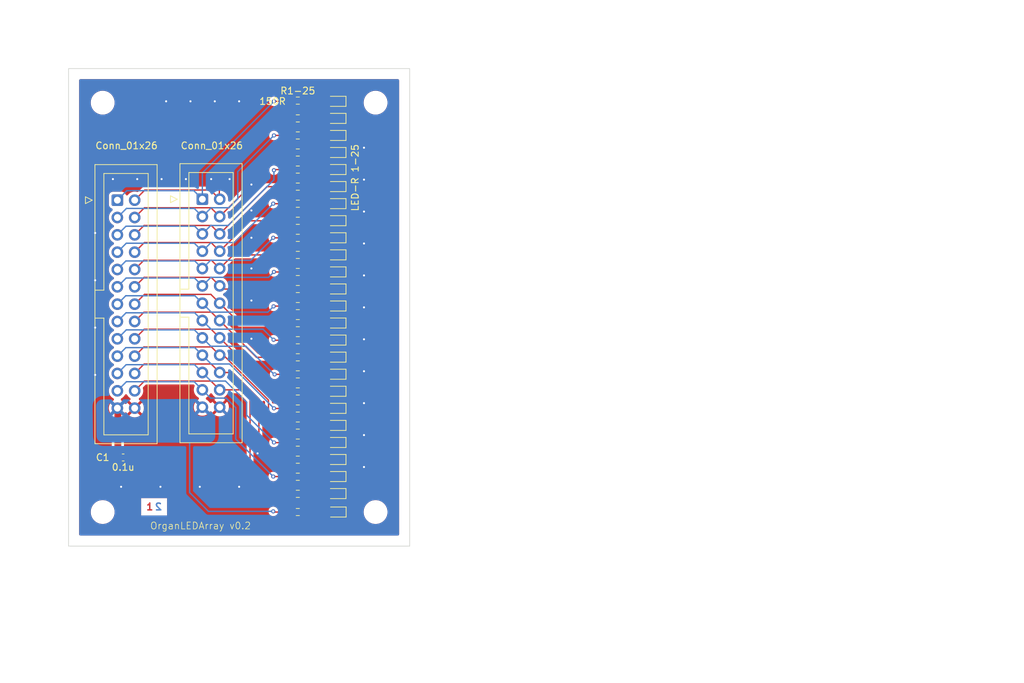
<source format=kicad_pcb>
(kicad_pcb (version 20241229) (generator "pcbnew") (generator_version "9.0")
  (layers (0 "F.Cu" signal) (2 "B.Cu" signal) (13 "F.Paste" user) (15 "B.Paste" user) (5 "F.SilkS" user "F.Silkscreen") (7 "B.SilkS" user "B.Silkscreen") (1 "F.Mask" user) (3 "B.Mask" user) (25 "Edge.Cuts" user))
  (net 0 "")
  (net 1 "+5V")
  (net 2 "GND")
  (net 3 "Net-(D1-A)")
  (net 4 "Net-(D2-A)")
  (net 5 "Net-(D3-A)")
  (net 6 "Net-(D4-A)")
  (net 7 "Net-(D5-A)")
  (net 8 "Net-(D6-A)")
  (net 9 "Net-(D7-A)")
  (net 10 "Net-(D8-A)")
  (net 11 "Net-(D9-A)")
  (net 12 "Net-(D10-A)")
  (net 13 "Net-(D11-A)")
  (net 14 "Net-(D12-A)")
  (net 15 "Net-(D13-A)")
  (net 16 "Net-(D14-A)")
  (net 17 "Net-(D15-A)")
  (net 18 "Net-(D16-A)")
  (net 19 "Net-(D17-A)")
  (net 20 "Net-(D18-A)")
  (net 21 "Net-(D19-A)")
  (net 22 "Net-(D20-A)")
  (net 23 "Net-(D21-A)")
  (net 24 "Net-(D22-A)")
  (net 25 "Net-(D23-A)")
  (net 26 "Net-(D24-A)")
  (net 27 "N20")
  (net 28 "N17")
  (net 29 "N18")
  (net 30 "N03")
  (net 31 "N10")
  (net 32 "N08")
  (net 33 "N12")
  (net 34 "N24")
  (net 35 "N14")
  (net 36 "N19")
  (net 37 "N05")
  (net 38 "N22")
  (net 39 "N02")
  (net 40 "N23")
  (net 41 "N06")
  (net 42 "N13")
  (net 43 "N07")
  (net 44 "N04")
  (net 45 "N09")
  (net 46 "N01")
  (net 47 "N11")
  (net 48 "N15")
  (net 49 "N21")
  (net 50 "N16")
  (net 51 "Net-(D25-A)")
  (footprint "LED_SMD:LED_0603_1608Metric" (layer "F.Cu") (at 69.175 59.8 180)
    (property "Reference" "D11" (hide yes))
    (property "Value" "LED" (hide yes))
  )
  (footprint "LED_SMD:LED_0603_1608Metric" (layer "F.Cu") (at 69.175 52.3 180)
    (property "Reference" "D8" (hide yes))
    (property "Value" "LED" (hide yes))
  )
  (footprint "LED_SMD:LED_0603_1608Metric" (layer "F.Cu") (at 69.175 74.8 180)
    (property "Reference" "D17" (hide yes))
    (property "Value" "LED" (hide yes))
  )
  (footprint "Resistor_SMD:R_0603_1608Metric" (layer "F.Cu") (at 63.6 95)
    (property "Reference" "R25" (hide yes))
    (property "Value" "150R" (hide yes))
  )
  (footprint "LED_SMD:LED_0603_1608Metric" (layer "F.Cu") (at 69.175 67.3 180)
    (property "Reference" "D14" (hide yes))
    (property "Value" "LED" (hide yes))
  )
  (footprint "Resistor_SMD:R_0603_1608Metric" (layer "F.Cu") (at 63.6 84.826087)
    (property "Reference" "R21" (hide yes))
    (property "Value" "150R" (hide yes))
  )
  (footprint "LED_SMD:LED_0603_1608Metric" (layer "F.Cu") (at 69.175 62.3 180)
    (property "Reference" "D12" (hide yes))
    (property "Value" "LED" (hide yes))
  )
  (footprint "LED_SMD:LED_0603_1608Metric" (layer "F.Cu") (at 69.175 72.3 180)
    (property "Reference" "D16" (hide yes))
    (property "Value" "LED" (hide yes))
  )
  (footprint "LED_SMD:LED_0603_1608Metric" (layer "F.Cu") (at 69.175 82.3 180)
    (property "Reference" "D20" (hide yes))
    (property "Value" "LED" (hide yes))
  )
  (footprint "LED_SMD:LED_0603_1608Metric" (layer "F.Cu") (at 69.175 87.3 180)
    (property "Reference" "D22" (hide yes))
    (property "Value" "LED" (hide yes))
  )
  (footprint "MountingHole:MountingHole_3mm" (layer "F.Cu") (at 35 95)
    (property "Reference" "REF**" (hide yes))
    (property "Value" "MountingHole_3mm" (hide yes))
  )
  (footprint "LED_SMD:LED_0603_1608Metric" (layer "F.Cu") (at 69.175 37.3 180)
    (property "Reference" "D2" (hide yes))
    (property "Value" "LED" (hide yes))
  )
  (footprint "LED_SMD:LED_0603_1608Metric" (layer "F.Cu") (at 69.175 42.3 180)
    (property "Reference" "D4" (hide yes))
    (property "Value" "LED" (hide yes))
  )
  (footprint "LED_SMD:LED_0603_1608Metric" (layer "F.Cu") (at 69.175 84.8 180)
    (property "Reference" "D21" (hide yes))
    (property "Value" "LED" (hide yes))
  )
  (footprint "LED_SMD:LED_0603_1608Metric" (layer "F.Cu") (at 69.175 54.8 180)
    (property "Reference" "D9" (hide yes))
    (property "Value" "LED" (hide yes))
  )
  (footprint "Resistor_SMD:R_0603_1608Metric" (layer "F.Cu") (at 63.6 62.314348)
    (property "Reference" "R12" (hide yes))
    (property "Value" "150R" (hide yes))
  )
  (footprint "MountingHole:MountingHole_3mm" (layer "F.Cu") (at 75 35)
    (property "Reference" "REF**" (hide yes))
    (property "Value" "MountingHole_3mm" (hide yes))
  )
  (footprint "LED_SMD:LED_0603_1608Metric" (layer "F.Cu") (at 69.175 89.8 180)
    (property "Reference" "D23" (hide yes))
    (property "Value" "LED" (hide yes))
  )
  (footprint "Resistor_SMD:R_0603_1608Metric" (layer "F.Cu") (at 63.6 44.805217)
    (property "Reference" "R5" (hide yes))
    (property "Value" "150R" (hide yes))
  )
  (footprint "Resistor_SMD:R_0603_1608Metric" (layer "F.Cu") (at 63.6 87.327391)
    (property "Reference" "R22" (hide yes))
    (property "Value" "150R" (hide yes))
  )
  (footprint "Resistor_SMD:R_0603_1608Metric" (layer "F.Cu") (at 63.6 64.815652)
    (property "Reference" "R13" (hide yes))
    (property "Value" "150R" (hide yes))
  )
  (footprint "LED_SMD:LED_0603_1608Metric" (layer "F.Cu") (at 69.175 64.8 180)
    (property "Reference" "D13" (hide yes))
    (property "Value" "LED" (hide yes))
  )
  (footprint "Resistor_SMD:R_0603_1608Metric" (layer "F.Cu") (at 63.6 69.818261)
    (property "Reference" "R15" (hide yes))
    (property "Value" "150R" (hide yes))
  )
  (footprint "LED_SMD:LED_0603_1608Metric" (layer "F.Cu") (at 69.175 77.3 180)
    (property "Reference" "D18" (hide yes))
    (property "Value" "LED" (hide yes))
  )
  (footprint "Resistor_SMD:R_0603_1608Metric" (layer "F.Cu") (at 63.6 54.810435)
    (property "Reference" "R9" (hide yes))
    (property "Value" "150R" (hide yes))
  )
  (footprint "Resistor_SMD:R_0603_1608Metric" (layer "F.Cu") (at 63.6 47.306522)
    (property "Reference" "R6" (hide yes))
    (property "Value" "150R" (hide yes))
  )
  (footprint "LED_SMD:LED_0603_1608Metric" (layer "F.Cu") (at 69.175 69.8 180)
    (property "Reference" "D15" (hide yes))
    (property "Value" "LED" (hide yes))
  )
  (footprint "MountingHole:MountingHole_3mm" (layer "F.Cu") (at 75 95)
    (property "Reference" "REF**" (hide yes))
    (property "Value" "MountingHole_3mm" (hide yes))
  )
  (footprint "Capacitor_SMD:C_0603_1608Metric" (layer "F.Cu") (at 38 87)
    (property "Reference" "C1")
    (property "Value" "0.1u")
  )
  (footprint "Resistor_SMD:R_0603_1608Metric" (layer "F.Cu") (at 63.6 74.82087)
    (property "Reference" "R17" (hide yes))
    (property "Value" "150R" (hide yes))
  )
  (footprint "LED_SMD:LED_0603_1608Metric" (layer "F.Cu") (at 69.175 39.8 180)
    (property "Reference" "D3" (hide yes))
    (property "Value" "LED" (hide yes))
  )
  (footprint "Resistor_SMD:R_0603_1608Metric" (layer "F.Cu") (at 63.6 77.322174)
    (property "Reference" "R18" (hide yes))
    (property "Value" "150R" (hide yes))
  )
  (footprint "LED_SMD:LED_0603_1608Metric" (layer "F.Cu") (at 69.175 44.8 180)
    (property "Reference" "D5" (hide yes))
    (property "Value" "LED" (hide yes))
  )
  (footprint "Resistor_SMD:R_0603_1608Metric" (layer "F.Cu") (at 63.6 82.324783)
    (property "Reference" "R20" (hide yes))
    (property "Value" "150R" (hide yes))
  )
  (footprint "Resistor_SMD:R_0603_1608Metric" (layer "F.Cu") (at 63.6 42.303913)
    (property "Reference" "R4" (hide yes))
    (property "Value" "150R" (hide yes))
  )
  (footprint "Resistor_SMD:R_0603_1608Metric" (layer "F.Cu") (at 63.6 92.33)
    (property "Reference" "R24" (hide yes))
    (property "Value" "150R" (hide yes))
  )
  (footprint "LED_SMD:LED_0603_1608Metric" (layer "F.Cu") (at 69.175 92.3 180)
    (property "Reference" "D24" (hide yes))
    (property "Value" "LED" (hide yes))
  )
  (footprint "Symbol:LayerMarker_2_3.81x2.54mm_TextH1mm_P1.27mm_BottomMirrored" (layer "F.Cu") (at 41.9 95.5)
    (property "Reference" "REF**" (hide yes))
    (property "Value" "LayerMarker_2_3.81x2.54mm_TextH1mm_P1.27mm_BottomMirrored" (hide yes))
  )
  (footprint "LED_SMD:LED_0603_1608Metric" (layer "F.Cu") (at 69.175 57.3 180)
    (property "Reference" "D10" (hide yes))
    (property "Value" "LED" (hide yes))
  )
  (footprint "Resistor_SMD:R_0603_1608Metric" (layer "F.Cu") (at 63.6 34.7)
    (property "Reference" "R1-25")
    (property "Value" "150R")
  )
  (footprint "LED_SMD:LED_0603_1608Metric" (layer "F.Cu") (at 69.175 34.8 180)
    (property "Reference" "D1" (hide yes))
    (property "Value" "LED-R 1-25")
  )
  (footprint "Resistor_SMD:R_0603_1608Metric" (layer "F.Cu") (at 63.6 39.802609)
    (property "Reference" "R3" (hide yes))
    (property "Value" "150R" (hide yes))
  )
  (footprint "Resistor_SMD:R_0603_1608Metric" (layer "F.Cu") (at 63.6 49.807826)
    (property "Reference" "R7" (hide yes))
    (property "Value" "150R" (hide yes))
  )
  (footprint "Resistor_SMD:R_0603_1608Metric" (layer "F.Cu") (at 63.6 67.316957)
    (property "Reference" "R14" (hide yes))
    (property "Value" "150R" (hide yes))
  )
  (footprint "Resistor_SMD:R_0603_1608Metric" (layer "F.Cu") (at 63.6 79.823478)
    (property "Reference" "R19" (hide yes))
    (property "Value" "150R" (hide yes))
  )
  (footprint "LED_SMD:LED_0603_1608Metric" (layer "F.Cu") (at 69.175 47.3 180)
    (property "Reference" "D6" (hide yes))
    (property "Value" "LED" (hide yes))
  )
  (footprint "Resistor_SMD:R_0603_1608Metric" (layer "F.Cu") (at 63.6 72.319565)
    (property "Reference" "R16" (hide yes))
    (property "Value" "150R" (hide yes))
  )
  (footprint "Resistor_SMD:R_0603_1608Metric" (layer "F.Cu") (at 63.6 37.301304)
    (property "Reference" "R2" (hide yes))
    (property "Value" "150R" (hide yes))
  )
  (footprint "LED_SMD:LED_0603_1608Metric" (layer "F.Cu") (at 69.175 79.8 180)
    (property "Reference" "D19" (hide yes))
    (property "Value" "LED" (hide yes))
  )
  (footprint "LED_SMD:LED_0603_1608Metric" (layer "F.Cu") (at 69.175 49.8 180)
    (property "Reference" "D7" (hide yes))
    (property "Value" "LED" (hide yes))
  )
  (footprint "Resistor_SMD:R_0603_1608Metric" (layer "F.Cu") (at 63.6 89.828696)
    (property "Reference" "R23" (hide yes))
    (property "Value" "150R" (hide yes))
  )
  (footprint "Connector_IDC:IDC-Header_2x13_P2.54mm_Vertical" (layer "F.Cu") (at 37.151 49.291)
    (property "Reference" "J1" (hide yes))
    (property "Value" "Conn_01x26")
  )
  (footprint "LED_SMD:LED_0603_1608Metric" (layer "F.Cu") (at 69.2 95 180)
    (property "Reference" "D25" (hide yes))
    (property "Value" "LED" (hide yes))
  )
  (footprint "MountingHole:MountingHole_3mm" (layer "F.Cu") (at 35 35)
    (property "Reference" "REF**" (hide yes))
    (property "Value" "MountingHole_3mm" (hide yes))
  )
  (footprint "Resistor_SMD:R_0603_1608Metric" (layer "F.Cu") (at 63.6 57.311739)
    (property "Reference" "R10" (hide yes))
    (property "Value" "150R" (hide yes))
  )
  (footprint "Connector_IDC:IDC-Header_2x13_P2.54mm_Vertical" (layer "F.Cu") (at 49.611 49.151)
    (property "Reference" "J2" (hide yes))
    (property "Value" "Conn_01x26")
  )
  (footprint "Resistor_SMD:R_0603_1608Metric" (layer "F.Cu") (at 63.6 59.813043)
    (property "Reference" "R11" (hide yes))
    (property "Value" "150R" (hide yes))
  )
  (footprint "Resistor_SMD:R_0603_1608Metric" (layer "F.Cu") (at 63.6 52.30913)
    (property "Reference" "R8" (hide yes))
    (property "Value" "150R" (hide yes))
  )
  (gr_rect (start 30 30) (end 80 100) (stroke (width 0.1)) (fill no) (layer "Edge.Cuts"))
  (gr_text "OrganLEDArray v0.2" (at 41.9 97.6 0) (layer "F.SilkS") (effects (font (size 1 1) (thickness 0.1)) (justify left bottom)))
  (segment (start 60.1 95) (end 62.775 95) (width 0.2) (layer "F.Cu") (net 1))
  (segment (start 37.224999 87) (end 37.224999 79.844999) (width 1) (layer "F.Cu") (net 1))
  (segment (start 60 94.9) (end 60.1 95) (width 0.2) (layer "F.Cu") (net 1))
  (segment (start 37.224999 79.844999) (end 37.151 79.771) (width 0.2) (layer "F.Cu") (net 1))
  (via (at 60 94.9) (size 0.6) (drill 0.3) (layers "F.Cu" "B.Cu") (net 1))
  (segment (start 38.88 81.5) (end 47.742 81.5) (width 0.2) (layer "B.Cu") (net 1))
  (segment (start 37.151 79.771) (end 38.88 81.5) (width 0.2) (layer "B.Cu") (net 1))
  (segment (start 50.5 94.9) (end 60 94.9) (width 0.2) (layer "B.Cu") (net 1))
  (segment (start 47.742 92.142) (end 50.5 94.9) (width 0.2) (layer "B.Cu") (net 1))
  (segment (start 47.742 81.5) (end 47.742 92.142) (width 0.2) (layer "B.Cu") (net 1))
  (segment (start 47.742 81.5) (end 49.611 79.631) (width 0.2) (layer "B.Cu") (net 1))
  (segment (start 44.9 86.882) (end 44.9 87) (width 0.2) (layer "F.Cu") (net 2))
  (segment (start 69.962502 34.800001) (end 69.962502 39.800001) (width 0.2) (layer "F.Cu") (net 2))
  (segment (start 38.775001 87) (end 38.775001 80.686999) (width 0.2) (layer "F.Cu") (net 2))
  (segment (start 44.9 87) (end 38.775001 87) (width 0.2) (layer "F.Cu") (net 2))
  (segment (start 57.2 96.3) (end 69.9 96.3) (width 0.2) (layer "F.Cu") (net 2))
  (segment (start 69.987502 96.212498) (end 69.987502 95.000001) (width 0.2) (layer "F.Cu") (net 2))
  (segment (start 38.775001 80.686999) (end 39.691 79.771) (width 0.2) (layer "F.Cu") (net 2))
  (segment (start 69.9 96.3) (end 69.987502 96.212498) (width 0.2) (layer "F.Cu") (net 2))
  (segment (start 69.962502 47.300001) (end 69.962502 92.300001) (width 0.2) (layer "F.Cu") (net 2))
  (segment (start 69.962502 39.800001) (end 69.962502 42.300001) (width 0.2) (layer "F.Cu") (net 2))
  (segment (start 44.9 87) (end 47.9 87) (width 0.2) (layer "F.Cu") (net 2))
  (segment (start 69.987502 93.662498) (end 69.962502 93.637498) (width 0.2) (layer "F.Cu") (net 2))
  (segment (start 69.962502 34.800001) (end 69.962502 37.300001) (width 0.2) (layer "F.Cu") (net 2))
  (segment (start 69.962502 92.300001) (end 69.962502 93.637498) (width 0.2) (layer "F.Cu") (net 2))
  (segment (start 69.962502 42.300001) (end 69.962502 44.800001) (width 0.2) (layer "F.Cu") (net 2))
  (segment (start 52.151 79.631) (end 44.9 86.882) (width 0.2) (layer "F.Cu") (net 2))
  (segment (start 69.987502 95.000001) (end 69.987502 93.662498) (width 0.2) (layer "F.Cu") (net 2))
  (segment (start 47.9 87) (end 57.2 96.3) (width 0.2) (layer "F.Cu") (net 2))
  (segment (start 69.962502 44.800001) (end 69.962502 47.300001) (width 0.2) (layer "F.Cu") (net 2))
  (via (at 44.3 34.8) (size 0.6) (drill 0.3) (layers "F.Cu" "B.Cu") (net 2))
  (via (at 51.433333 34.8) (size 0.6) (drill 0.3) (layers "F.Cu" "B.Cu") (net 2))
  (via (at 73.3 60.32) (size 0.6) (drill 0.3) (layers "F.Cu" "B.Cu") (net 2))
  (via (at 47.2 46.2) (size 0.6) (drill 0.3) (layers "F.Cu" "B.Cu") (net 2))
  (via (at 57.7 86.4) (size 0.6) (drill 0.3) (layers "F.Cu" "B.Cu") (net 2))
  (via (at 40.066667 46.2) (size 0.6) (drill 0.3) (layers "F.Cu" "B.Cu") (net 2))
  (via (at 73.3 74.36) (size 0.6) (drill 0.3) (layers "F.Cu" "B.Cu") (net 2))
  (via (at 43.633333 46.2) (size 0.6) (drill 0.3) (layers "F.Cu" "B.Cu") (net 2))
  (via (at 55 34.8) (size 0.6) (drill 0.3) (layers "F.Cu" "B.Cu") (net 2))
  (via (at 73.3 79.04) (size 0.6) (drill 0.3) (layers "F.Cu" "B.Cu") (net 2))
  (via (at 73.3 55.64) (size 0.6) (drill 0.3) (layers "F.Cu" "B.Cu") (net 2))
  (via (at 33.9 54.1) (size 0.6) (drill 0.3) (layers "F.Cu" "B.Cu") (net 2))
  (via (at 43.466667 91.3) (size 0.6) (drill 0.3) (layers "F.Cu" "B.Cu") (net 2))
  (via (at 37.7 91.3) (size 0.6) (drill 0.3) (layers "F.Cu" "B.Cu") (net 2))
  (via (at 73.3 65) (size 0.6) (drill 0.3) (layers "F.Cu" "B.Cu") (net 2))
  (via (at 56.8 59.3) (size 0.6) (drill 0.3) (layers "F.Cu" "B.Cu") (net 2))
  (via (at 53.6 46.2) (size 0.6) (drill 0.3) (layers "F.Cu" "B.Cu") (net 2))
  (via (at 33.9 61.033333) (size 0.6) (drill 0.3) (layers "F.Cu" "B.Cu") (net 2))
  (via (at 56.8 47) (size 0.6) (drill 0.3) (layers "F.Cu" "B.Cu") (net 2))
  (via (at 73.3 69.68) (size 0.6) (drill 0.3) (layers "F.Cu" "B.Cu") (net 2))
  (via (at 73.3 41.6) (size 0.6) (drill 0.3) (layers "F.Cu" "B.Cu") (net 2))
  (via (at 56.8 69.6) (size 0.6) (drill 0.3) (layers "F.Cu" "B.Cu") (net 2))
  (via (at 36.5 46.2) (size 0.6) (drill 0.3) (layers "F.Cu" "B.Cu") (net 2))
  (via (at 56.8 50.8) (size 0.6) (drill 0.3) (layers "F.Cu" "B.Cu") (net 2))
  (via (at 56.8 64) (size 0.6) (drill 0.3) (layers "F.Cu" "B.Cu") (net 2))
  (via (at 73.3 46.28) (size 0.6) (drill 0.3) (layers "F.Cu" "B.Cu") (net 2))
  (via (at 49.233333 91.3) (size 0.6) (drill 0.3) (layers "F.Cu" "B.Cu") (net 2))
  (via (at 47.866667 34.8) (size 0.6) (drill 0.3) (layers "F.Cu" "B.Cu") (net 2))
  (via (at 73.3 50.96) (size 0.6) (drill 0.3) (layers "F.Cu" "B.Cu") (net 2))
  (via (at 73.3 88.4) (size 0.6) (drill 0.3) (layers "F.Cu" "B.Cu") (net 2))
  (via (at 55 91.3) (size 0.6) (drill 0.3) (layers "F.Cu" "B.Cu") (net 2))
  (via (at 33.9 67.966667) (size 0.6) (drill 0.3) (layers "F.Cu" "B.Cu") (net 2))
  (via (at 56.8 54.8) (size 0.6) (drill 0.3) (layers "F.Cu" "B.Cu") (net 2))
  (via (at 33.9 74.9) (size 0.6) (drill 0.3) (layers "F.Cu" "B.Cu") (net 2))
  (via (at 73.3 83.72) (size 0.6) (drill 0.3) (layers "F.Cu" "B.Cu") (net 2))
  (via (at 50.9 46.2) (size 0.6) (drill 0.3) (layers "F.Cu" "B.Cu") (net 2))
  (segment (start 68.387498 34.799999) (end 64.425 34.8) (width 0.2) (layer "F.Cu") (net 3))
  (segment (start 68.386193 37.301304) (end 68.387498 37.299999) (width 0.2) (layer "F.Cu") (net 4))
  (segment (start 64.425 37.301304) (end 68.386193 37.301304) (width 0.2) (layer "F.Cu") (net 4))
  (segment (start 68.387498 39.799999) (end 64.42761 39.799999) (width 0.2) (layer "F.Cu") (net 5))
  (segment (start 64.42761 39.799999) (end 64.425 39.802609) (width 0.2) (layer "F.Cu") (net 5))
  (segment (start 68.383584 42.303913) (end 68.387498 42.299999) (width 0.2) (layer "F.Cu") (net 6))
  (segment (start 64.425 42.303913) (end 68.383584 42.303913) (width 0.2) (layer "F.Cu") (net 6))
  (segment (start 64.430218 44.799999) (end 64.425 44.805217) (width 0.2) (layer "F.Cu") (net 7))
  (segment (start 68.387498 44.799999) (end 64.430218 44.799999) (width 0.2) (layer "F.Cu") (net 7))
  (segment (start 68.380975 47.306522) (end 68.387498 47.299999) (width 0.2) (layer "F.Cu") (net 8))
  (segment (start 64.425 47.306522) (end 68.380975 47.306522) (width 0.2) (layer "F.Cu") (net 8))
  (segment (start 64.432827 49.799999) (end 64.425 49.807826) (width 0.2) (layer "F.Cu") (net 9))
  (segment (start 68.387498 49.799999) (end 64.432827 49.799999) (width 0.2) (layer "F.Cu") (net 9))
  (segment (start 64.425 52.30913) (end 68.378367 52.30913) (width 0.2) (layer "F.Cu") (net 10))
  (segment (start 68.378367 52.30913) (end 68.387498 52.299999) (width 0.2) (layer "F.Cu") (net 10))
  (segment (start 64.435436 54.799999) (end 64.425 54.810435) (width 0.2) (layer "F.Cu") (net 11))
  (segment (start 68.387498 54.799999) (end 64.435436 54.799999) (width 0.2) (layer "F.Cu") (net 11))
  (segment (start 64.425 57.311739) (end 68.375758 57.311739) (width 0.2) (layer "F.Cu") (net 12))
  (segment (start 68.375758 57.311739) (end 68.387498 57.299999) (width 0.2) (layer "F.Cu") (net 12))
  (segment (start 68.374454 59.813043) (end 68.387498 59.799999) (width 0.2) (layer "F.Cu") (net 13))
  (segment (start 64.425 59.813043) (end 68.374454 59.813043) (width 0.2) (layer "F.Cu") (net 13))
  (segment (start 68.387498 62.299999) (end 64.439349 62.299999) (width 0.2) (layer "F.Cu") (net 14))
  (segment (start 64.439349 62.299999) (end 64.425 62.314348) (width 0.2) (layer "F.Cu") (net 14))
  (segment (start 64.425 64.815652) (end 68.371845 64.815652) (width 0.2) (layer "F.Cu") (net 15))
  (segment (start 68.371845 64.815652) (end 68.387498 64.799999) (width 0.2) (layer "F.Cu") (net 15))
  (segment (start 64.441958 67.299999) (end 64.425 67.316957) (width 0.2) (layer "F.Cu") (net 16))
  (segment (start 68.387498 67.299999) (end 64.441958 67.299999) (width 0.2) (layer "F.Cu") (net 16))
  (segment (start 68.369236 69.818261) (end 68.387498 69.799999) (width 0.2) (layer "F.Cu") (net 17))
  (segment (start 64.425 69.818261) (end 68.369236 69.818261) (width 0.2) (layer "F.Cu") (net 17))
  (segment (start 64.444566 72.299999) (end 64.425 72.319565) (width 0.2) (layer "F.Cu") (net 18))
  (segment (start 68.387498 72.299999) (end 64.444566 72.299999) (width 0.2) (layer "F.Cu") (net 18))
  (segment (start 68.366627 74.82087) (end 68.387498 74.799999) (width 0.2) (layer "F.Cu") (net 19))
  (segment (start 64.425 74.82087) (end 68.366627 74.82087) (width 0.2) (layer "F.Cu") (net 19))
  (segment (start 64.447175 77.299999) (end 64.425 77.322174) (width 0.2) (layer "F.Cu") (net 20))
  (segment (start 68.387498 77.299999) (end 64.447175 77.299999) (width 0.2) (layer "F.Cu") (net 20))
  (segment (start 64.425 79.823478) (end 68.364019 79.823478) (width 0.2) (layer "F.Cu") (net 21))
  (segment (start 68.364019 79.823478) (end 68.387498 79.799999) (width 0.2) (layer "F.Cu") (net 21))
  (segment (start 64.449784 82.299999) (end 64.425 82.324783) (width 0.2) (layer "F.Cu") (net 22))
  (segment (start 68.387498 82.299999) (end 64.449784 82.299999) (width 0.2) (layer "F.Cu") (net 22))
  (segment (start 68.36141 84.826087) (end 68.387498 84.799999) (width 0.2) (layer "F.Cu") (net 23))
  (segment (start 64.425 84.826087) (end 68.36141 84.826087) (width 0.2) (layer "F.Cu") (net 23))
  (segment (start 68.387498 87.299999) (end 64.452392 87.299999) (width 0.2) (layer "F.Cu") (net 24))
  (segment (start 64.452392 87.299999) (end 64.425 87.327391) (width 0.2) (layer "F.Cu") (net 24))
  (segment (start 64.453697 89.799999) (end 64.425 89.828696) (width 0.2) (layer "F.Cu") (net 25))
  (segment (start 68.387498 89.799999) (end 64.453697 89.799999) (width 0.2) (layer "F.Cu") (net 25))
  (segment (start 68.357497 92.33) (end 68.387498 92.299999) (width 0.2) (layer "F.Cu") (net 26))
  (segment (start 64.425 92.33) (end 68.357497 92.33) (width 0.2) (layer "F.Cu") (net 26))
  (segment (start 60.024783 82.324783) (end 59.3 81.6) (width 0.2) (layer "F.Cu") (net 27))
  (segment (start 62.775 82.324783) (end 60.024783 82.324783) (width 0.2) (layer "F.Cu") (net 27))
  (segment (start 50.94 70.8) (end 52.151 72.011) (width 0.2) (layer "F.Cu") (net 27))
  (segment (start 59.3 78.6) (end 52.711 72.011) (width 0.2) (layer "F.Cu") (net 27))
  (segment (start 41.042 70.8) (end 50.94 70.8) (width 0.2) (layer "F.Cu") (net 27))
  (segment (start 59.3 81.6) (end 59.3 78.6) (width 0.2) (layer "F.Cu") (net 27))
  (segment (start 52.711 72.011) (end 52.151 72.011) (width 0.2) (layer "F.Cu") (net 27))
  (segment (start 39.691 72.151) (end 41.042 70.8) (width 0.2) (layer "F.Cu") (net 27))
  (segment (start 60.2 74.82087) (end 60.12087 74.82087) (width 0.2) (layer "F.Cu") (net 28))
  (segment (start 60.12087 74.82087) (end 60.1 74.8) (width 0.2) (layer "F.Cu") (net 28))
  (segment (start 62.775 74.82087) (end 60.2 74.82087) (width 0.2) (layer "F.Cu") (net 28))
  (via (at 60.2 74.82087) (size 0.6) (drill 0.3) (layers "F.Cu" "B.Cu") (net 28))
  (segment (start 37.151 69.611) (end 38.462 68.3) (width 0.2) (layer "B.Cu") (net 28))
  (segment (start 60.1 74.8) (end 56 70.7) (width 0.2) (layer "B.Cu") (net 28))
  (segment (start 50.84 70.7) (end 49.611 69.471) (width 0.2) (layer "B.Cu") (net 28))
  (segment (start 56 70.7) (end 50.84 70.7) (width 0.2) (layer "B.Cu") (net 28))
  (segment (start 38.462 68.3) (end 48.44 68.3) (width 0.2) (layer "B.Cu") (net 28))
  (segment (start 48.44 68.3) (end 49.611 69.471) (width 0.2) (layer "B.Cu") (net 28))
  (segment (start 41.102 68.2) (end 50.88 68.2) (width 0.2) (layer "F.Cu") (net 29))
  (segment (start 60.002174 77.322174) (end 52.151 69.471) (width 0.2) (layer "F.Cu") (net 29))
  (segment (start 50.88 68.2) (end 52.151 69.471) (width 0.2) (layer "F.Cu") (net 29))
  (segment (start 62.775 77.322174) (end 60.002174 77.322174) (width 0.2) (layer "F.Cu") (net 29))
  (segment (start 39.691 69.611) (end 41.102 68.2) (width 0.2) (layer "F.Cu") (net 29))
  (segment (start 62.775 39.802609) (end 62.772391 39.8) (width 0.2) (layer "F.Cu") (net 30))
  (segment (start 62.772391 39.8) (end 60.1 39.8) (width 0.2) (layer "F.Cu") (net 30))
  (via (at 60.1 39.8) (size 0.6) (drill 0.3) (layers "F.Cu" "B.Cu") (net 30))
  (segment (start 53.5 50.4) (end 50.902 50.4) (width 0.2) (layer "B.Cu") (net 30))
  (segment (start 50.902 50.4) (end 49.611 51.691) (width 0.2) (layer "B.Cu") (net 30))
  (segment (start 48.42 50.5) (end 49.611 51.691) (width 0.2) (layer "B.Cu") (net 30))
  (segment (start 54.8 49.1) (end 53.5 50.4) (width 0.2) (layer "B.Cu") (net 30))
  (segment (start 54.8 45.1) (end 54.8 49.1) (width 0.2) (layer "B.Cu") (net 30))
  (segment (start 60.1 39.8) (end 54.8 45.1) (width 0.2) (layer "B.Cu") (net 30))
  (segment (start 37.151 51.831) (end 38.482 50.5) (width 0.2) (layer "B.Cu") (net 30))
  (segment (start 38.482 50.5) (end 48.42 50.5) (width 0.2) (layer "B.Cu") (net 30))
  (segment (start 50.94 58.1) (end 52.151 59.311) (width 0.2) (layer "F.Cu") (net 31))
  (segment (start 39.691 59.451) (end 41.042 58.1) (width 0.2) (layer "F.Cu") (net 31))
  (segment (start 54.150261 57.311739) (end 52.151 59.311) (width 0.2) (layer "F.Cu") (net 31))
  (segment (start 41.042 58.1) (end 50.94 58.1) (width 0.2) (layer "F.Cu") (net 31))
  (segment (start 62.775 57.311739) (end 54.150261 57.311739) (width 0.2) (layer "F.Cu") (net 31))
  (segment (start 39.691 56.911) (end 41.102 55.5) (width 0.2) (layer "F.Cu") (net 32))
  (segment (start 41.102 55.5) (end 50.88 55.5) (width 0.2) (layer "F.Cu") (net 32))
  (segment (start 50.88 55.5) (end 52.151 56.771) (width 0.2) (layer "F.Cu") (net 32))
  (segment (start 62.775 52.30913) (end 56.61287 52.30913) (width 0.2) (layer "F.Cu") (net 32))
  (segment (start 56.61287 52.30913) (end 52.151 56.771) (width 0.2) (layer "F.Cu") (net 32))
  (segment (start 52.614348 62.314348) (end 52.151 61.851) (width 0.2) (layer "F.Cu") (net 33))
  (segment (start 41.082 60.6) (end 50.9 60.6) (width 0.2) (layer "F.Cu") (net 33))
  (segment (start 39.691 61.991) (end 41.082 60.6) (width 0.2) (layer "F.Cu") (net 33))
  (segment (start 50.9 60.6) (end 52.151 61.851) (width 0.2) (layer "F.Cu") (net 33))
  (segment (start 62.775 62.314348) (end 52.614348 62.314348) (width 0.2) (layer "F.Cu") (net 33))
  (segment (start 59.83 92.33) (end 56.6 89.1) (width 0.2) (layer "F.Cu") (net 34))
  (segment (start 55.191 77.091) (end 52.151 77.091) (width 0.2) (layer "F.Cu") (net 34))
  (segment (start 56.6 78.5) (end 55.191 77.091) (width 0.2) (layer "F.Cu") (net 34))
  (segment (start 39.691 77.231) (end 41.122 75.8) (width 0.2) (layer "F.Cu") (net 34))
  (segment (start 41.122 75.8) (end 50.86 75.8) (width 0.2) (layer "F.Cu") (net 34))
  (segment (start 50.86 75.8) (end 52.151 77.091) (width 0.2) (layer "F.Cu") (net 34))
  (segment (start 56.6 89.1) (end 56.6 78.5) (width 0.2) (layer "F.Cu") (net 34))
  (segment (start 62.775 92.33) (end 59.83 92.33) (width 0.2) (layer "F.Cu") (net 34))
  (segment (start 41.122 63.1) (end 50.86 63.1) (width 0.2) (layer "F.Cu") (net 35))
  (segment (start 39.691 64.531) (end 41.122 63.1) (width 0.2) (layer "F.Cu") (net 35))
  (segment (start 62.775 67.316957) (end 55.076957 67.316957) (width 0.2) (layer "F.Cu") (net 35))
  (segment (start 55.076957 67.316957) (end 52.151 64.391) (width 0.2) (layer "F.Cu") (net 35))
  (segment (start 50.86 63.1) (end 52.151 64.391) (width 0.2) (layer "F.Cu") (net 35))
  (segment (start 62.775 79.823478) (end 60.123478 79.823478) (width 0.2) (layer "F.Cu") (net 36))
  (segment (start 60.123478 79.823478) (end 60.1 79.8) (width 0.2) (layer "F.Cu") (net 36))
  (via (at 60.1 79.8) (size 0.6) (drill 0.3) (layers "F.Cu" "B.Cu") (net 36))
  (segment (start 53.6 73.3) (end 50.9 73.3) (width 0.2) (layer "B.Cu") (net 36))
  (segment (start 48.5 70.9) (end 49.611 72.011) (width 0.2) (layer "B.Cu") (net 36))
  (segment (start 38.402 70.9) (end 48.5 70.9) (width 0.2) (layer "B.Cu") (net 36))
  (segment (start 37.151 72.151) (end 38.402 70.9) (width 0.2) (layer "B.Cu") (net 36))
  (segment (start 60.1 79.8) (end 53.6 73.3) (width 0.2) (layer "B.Cu") (net 36))
  (segment (start 50.9 73.3) (end 49.611 72.011) (width 0.2) (layer "B.Cu") (net 36))
  (segment (start 60.194783 44.805217) (end 60.1 44.9) (width 0.2) (layer "F.Cu") (net 37))
  (segment (start 62.775 44.805217) (end 60.194783 44.805217) (width 0.2) (layer "F.Cu") (net 37))
  (via (at 60.1 44.9) (size 0.6) (drill 0.3) (layers "F.Cu" "B.Cu") (net 37))
  (segment (start 50.842 53) (end 49.611 54.231) (width 0.2) (layer "B.Cu") (net 37))
  (segment (start 60.1 44.9) (end 60.1 46.3) (width 0.2) (layer "B.Cu") (net 37))
  (segment (start 53.4 53) (end 50.842 53) (width 0.2) (layer "B.Cu") (net 37))
  (segment (start 38.422 53.1) (end 48.48 53.1) (width 0.2) (layer "B.Cu") (net 37))
  (segment (start 60.1 46.3) (end 53.4 53) (width 0.2) (layer "B.Cu") (net 37))
  (segment (start 37.151 54.371) (end 38.422 53.1) (width 0.2) (layer "B.Cu") (net 37))
  (segment (start 48.48 53.1) (end 49.611 54.231) (width 0.2) (layer "B.Cu") (net 37))
  (segment (start 50.9 73.3) (end 52.151 74.551) (width 0.2) (layer "F.Cu") (net 38))
  (segment (start 57.9 78.4) (end 54.051 74.551) (width 0.2) (layer "F.Cu") (net 38))
  (segment (start 59.927391 87.327391) (end 57.9 85.3) (width 0.2) (layer "F.Cu") (net 38))
  (segment (start 41.082 73.3) (end 50.9 73.3) (width 0.2) (layer "F.Cu") (net 38))
  (segment (start 54.051 74.551) (end 52.151 74.551) (width 0.2) (layer "F.Cu") (net 38))
  (segment (start 57.9 85.3) (end 57.9 78.4) (width 0.2) (layer "F.Cu") (net 38))
  (segment (start 62.775 87.327391) (end 59.927391 87.327391) (width 0.2) (layer "F.Cu") (net 38))
  (segment (start 39.691 74.691) (end 41.082 73.3) (width 0.2) (layer "F.Cu") (net 38))
  (segment (start 60.001304 37.301304) (end 60 37.3) (width 0.2) (layer "F.Cu") (net 39))
  (segment (start 41.182 47.8) (end 50.8 47.8) (width 0.2) (layer "F.Cu") (net 39))
  (segment (start 52.1 49.1) (end 52.151 49.151) (width 0.2) (layer "F.Cu") (net 39))
  (segment (start 62.775 37.301304) (end 60.001304 37.301304) (width 0.2) (layer "F.Cu") (net 39))
  (segment (start 60 37.3) (end 52.1 45.2) (width 0.2) (layer "F.Cu") (net 39))
  (segment (start 39.691 49.291) (end 41.182 47.8) (width 0.2) (layer "F.Cu") (net 39))
  (segment (start 52.1 45.2) (end 52.1 49.1) (width 0.2) (layer "F.Cu") (net 39))
  (segment (start 50.8 47.8) (end 52.151 49.151) (width 0.2) (layer "F.Cu") (net 39))
  (segment (start 62.775 89.828696) (end 62.746304 89.8) (width 0.2) (layer "F.Cu") (net 40))
  (segment (start 62.746304 89.8) (end 60 89.8) (width 0.2) (layer "F.Cu") (net 40))
  (via (at 60 89.8) (size 0.6) (drill 0.3) (layers "F.Cu" "B.Cu") (net 40))
  (segment (start 37.151 77.231) (end 38.482 75.9) (width 0.2) (layer "B.Cu") (net 40))
  (segment (start 50.82 78.3) (end 49.611 77.091) (width 0.2) (layer "B.Cu") (net 40))
  (segment (start 60 89.8) (end 54.5 84.3) (width 0.2) (layer "B.Cu") (net 40))
  (segment (start 53.1 78.3) (end 50.82 78.3) (width 0.2) (layer "B.Cu") (net 40))
  (segment (start 38.482 75.9) (end 48.42 75.9) (width 0.2) (layer "B.Cu") (net 40))
  (segment (start 48.42 75.9) (end 49.611 77.091) (width 0.2) (layer "B.Cu") (net 40))
  (segment (start 54.5 84.3) (end 54.5 79.7) (width 0.2) (layer "B.Cu") (net 40))
  (segment (start 54.5 79.7) (end 53.1 78.3) (width 0.2) (layer "B.Cu") (net 40))
  (segment (start 59.075478 47.306522) (end 52.151 54.231) (width 0.2) (layer "F.Cu") (net 41))
  (segment (start 62.775 47.306522) (end 59.075478 47.306522) (width 0.2) (layer "F.Cu") (net 41))
  (segment (start 39.691 54.371) (end 41.062 53) (width 0.2) (layer "F.Cu") (net 41))
  (segment (start 41.062 53) (end 50.92 53) (width 0.2) (layer "F.Cu") (net 41))
  (segment (start 50.92 53) (end 52.151 54.231) (width 0.2) (layer "F.Cu") (net 41))
  (segment (start 62.775 64.815652) (end 60.115652 64.815652) (width 0.2) (layer "F.Cu") (net 42))
  (segment (start 60.115652 64.815652) (end 60.1 64.8) (width 0.2) (layer "F.Cu") (net 42))
  (via (at 60.05 64.85) (size 0.6) (drill 0.3) (layers "F.Cu" "B.Cu") (net 42))
  (segment (start 38.382 63.3) (end 48.52 63.3) (width 0.2) (layer "B.Cu") (net 42))
  (segment (start 59.2 65.7) (end 50.92 65.7) (width 0.2) (layer "B.Cu") (net 42))
  (segment (start 60.1 64.8) (end 60.05 64.85) (width 0.2) (layer "B.Cu") (net 42))
  (segment (start 60.05 64.85) (end 59.2 65.7) (width 0.2) (layer "B.Cu") (net 42))
  (segment (start 48.52 63.3) (end 49.611 64.391) (width 0.2) (layer "B.Cu") (net 42))
  (segment (start 50.92 65.7) (end 49.611 64.391) (width 0.2) (layer "B.Cu") (net 42))
  (segment (start 37.151 64.531) (end 38.382 63.3) (width 0.2) (layer "B.Cu") (net 42))
  (segment (start 62.775 49.807826) (end 60.007826 49.807826) (width 0.2) (layer "F.Cu") (net 43))
  (segment (start 60.007826 49.807826) (end 60 49.8) (width 0.2) (layer "F.Cu") (net 43))
  (via (at 60 49.8) (size 0.6) (drill 0.3) (layers "F.Cu" "B.Cu") (net 43))
  (segment (start 37.151 56.911) (end 38.462 55.6) (width 0.2) (layer "B.Cu") (net 43))
  (segment (start 60 49.8) (end 54.3 55.5) (width 0.2) (layer "B.Cu") (net 43))
  (segment (start 54.3 55.5) (end 50.882 55.5) (width 0.2) (layer "B.Cu") (net 43))
  (segment (start 50.882 55.5) (end 49.611 56.771) (width 0.2) (layer "B.Cu") (net 43))
  (segment (start 38.462 55.6) (end 48.44 55.6) (width 0.2) (layer "B.Cu") (net 43))
  (segment (start 48.44 55.6) (end 49.611 56.771) (width 0.2) (layer "B.Cu") (net 43))
  (segment (start 50.86 50.4) (end 52.151 51.691) (width 0.2) (layer "F.Cu") (net 44))
  (segment (start 60.003913 42.303913) (end 60 42.3) (width 0.2) (layer "F.Cu") (net 44))
  (segment (start 55.9 46.4) (end 55.9 47.942) (width 0.2) (layer "F.Cu") (net 44))
  (segment (start 60 42.3) (end 55.9 46.4) (width 0.2) (layer "F.Cu") (net 44))
  (segment (start 39.691 51.831) (end 41.122 50.4) (width 0.2) (layer "F.Cu") (net 44))
  (segment (start 55.9 47.942) (end 52.151 51.691) (width 0.2) (layer "F.Cu") (net 44))
  (segment (start 62.775 42.303913) (end 60.003913 42.303913) (width 0.2) (layer "F.Cu") (net 44))
  (segment (start 41.122 50.4) (end 50.86 50.4) (width 0.2) (layer "F.Cu") (net 44))
  (segment (start 62.775 54.810435) (end 60.010435 54.810435) (width 0.2) (layer "F.Cu") (net 45))
  (segment (start 60.010435 54.810435) (end 60 54.8) (width 0.2) (layer "F.Cu") (net 45))
  (via (at 60 54.8) (size 0.6) (drill 0.3) (layers "F.Cu" "B.Cu") (net 45))
  (segment (start 50.822 58.1) (end 49.611 59.311) (width 0.2) (layer "B.Cu") (net 45))
  (segment (start 38.402 58.2) (end 48.5 58.2) (width 0.2) (layer "B.Cu") (net 45))
  (segment (start 48.5 58.2) (end 49.611 59.311) (width 0.2) (layer "B.Cu") (net 45))
  (segment (start 56.7 58.1) (end 50.822 58.1) (width 0.2) (layer "B.Cu") (net 45))
  (segment (start 60 54.8) (end 56.7 58.1) (width 0.2) (layer "B.Cu") (net 45))
  (segment (start 37.151 59.451) (end 38.402 58.2) (width 0.2) (layer "B.Cu") (net 45))
  (segment (start 60.1 34.8) (end 60 34.9) (width 0.2) (layer "F.Cu") (net 46))
  (segment (start 62.775 34.8) (end 60.1 34.8) (width 0.2) (layer "F.Cu") (net 46))
  (via (at 60.1 34.8) (size 0.6) (drill 0.3) (layers "F.Cu" "B.Cu") (net 46))
  (segment (start 37.151 49.291) (end 38.542 47.9) (width 0.2) (layer "B.Cu") (net 46))
  (segment (start 60 34.9) (end 49.611 45.289) (width 0.2) (layer "B.Cu") (net 46))
  (segment (start 38.542 47.9) (end 48.36 47.9) (width 0.2) (layer "B.Cu") (net 46))
  (segment (start 49.611 45.289) (end 49.611 49.151) (width 0.2) (layer "B.Cu") (net 46))
  (segment (start 48.36 47.9) (end 49.611 49.151) (width 0.2) (layer "B.Cu") (net 46))
  (segment (start 62.775 59.813043) (end 60.113043 59.813043) (width 0.2) (layer "F.Cu") (net 47))
  (segment (start 60.113043 59.813043) (end 60.1 59.8) (width 0.2) (layer "F.Cu") (net 47))
  (via (at 60.1 59.8) (size 0.6) (drill 0.3) (layers "F.Cu" "B.Cu") (net 47))
  (segment (start 59.3 60.6) (end 50.862 60.6) (width 0.2) (layer "B.Cu") (net 47))
  (segment (start 60.1 59.8) (end 59.3 60.6) (width 0.2) (layer "B.Cu") (net 47))
  (segment (start 38.442 60.7) (end 48.46 60.7) (width 0.2) (layer "B.Cu") (net 47))
  (segment (start 50.862 60.6) (end 49.611 61.851) (width 0.2) (layer "B.Cu") (net 47))
  (segment (start 48.46 60.7) (end 49.611 61.851) (width 0.2) (layer "B.Cu") (net 47))
  (segment (start 37.151 61.991) (end 38.442 60.7) (width 0.2) (layer "B.Cu") (net 47))
  (segment (start 62.775 69.818261) (end 60.118261 69.818261) (width 0.2) (layer "F.Cu") (net 48))
  (segment (start 60.118261 69.818261) (end 60.1 69.8) (width 0.2) (layer "F.Cu") (net 48))
  (via (at 60.05 69.75) (size 0.6) (drill 0.3) (layers "F.Cu" "B.Cu") (net 48))
  (segment (start 37.151 67.071) (end 38.422 65.8) (width 0.2) (layer "B.Cu") (net 48))
  (segment (start 58.5 68.2) (end 50.88 68.2) (width 0.2) (layer "B.Cu") (net 48))
  (segment (start 48.48 65.8) (end 49.611 66.931) (width 0.2) (layer "B.Cu") (net 48))
  (segment (start 60.05 69.75) (end 58.5 68.2) (width 0.2) (layer "B.Cu") (net 48))
  (segment (start 50.88 68.2) (end 49.611 66.931) (width 0.2) (layer "B.Cu") (net 48))
  (segment (start 60.1 69.8) (end 60.05 69.75) (width 0.2) (layer "B.Cu") (net 48))
  (segment (start 38.422 65.8) (end 48.48 65.8) (width 0.2) (layer "B.Cu") (net 48))
  (segment (start 62.775 84.826087) (end 60.126087 84.826087) (width 0.2) (layer "F.Cu") (net 49))
  (segment (start 60.126087 84.826087) (end 60.1 84.8) (width 0.2) (layer "F.Cu") (net 49))
  (via (at 60.1 84.8) (size 0.6) (drill 0.3) (layers "F.Cu" "B.Cu") (net 49))
  (segment (start 38.442 73.4) (end 48.46 73.4) (width 0.2) (layer "B.Cu") (net 49))
  (segment (start 50.86 75.8) (end 49.611 74.551) (width 0.2) (layer "B.Cu") (net 49))
  (segment (start 53 75.8) (end 50.86 75.8) (width 0.2) (layer "B.Cu") (net 49))
  (segment (start 37.151 74.691) (end 38.442 73.4) (width 0.2) (layer "B.Cu") (net 49))
  (segment (start 48.46 73.4) (end 49.611 74.551) (width 0.2) (layer "B.Cu") (net 49))
  (segment (start 60.1 84.8) (end 56.1 80.8) (width 0.2) (layer "B.Cu") (net 49))
  (segment (start 56.1 78.9) (end 53 75.8) (width 0.2) (layer "B.Cu") (net 49))
  (segment (start 56.1 80.8) (end 56.1 78.9) (width 0.2) (layer "B.Cu") (net 49))
  (segment (start 57.539565 72.319565) (end 52.151 66.931) (width 0.2) (layer "F.Cu") (net 50))
  (segment (start 41.062 65.7) (end 50.92 65.7) (width 0.2) (layer "F.Cu") (net 50))
  (segment (start 50.92 65.7) (end 52.151 66.931) (width 0.2) (layer "F.Cu") (net 50))
  (segment (start 39.691 67.071) (end 41.062 65.7) (width 0.2) (layer "F.Cu") (net 50))
  (segment (start 62.775 72.319565) (end 57.539565 72.319565) (width 0.2) (layer "F.Cu") (net 50))
  (segment (start 64.425 95) (end 68.412498 94.999999) (width 0.2) (layer "F.Cu") (net 51))
  (zone (net 2) (net_name "GND") (layers "F.Cu" "B.Cu") (priority 4) (connect_pads (clearance 0.4)) (min_thickness 0.4) (fill yes (thermal_gap 0.5) (thermal_bridge_width 0.4))
    (polygon (pts (xy 28.5 27.4) (xy 81.1 27.3) (xy 80.7 101.2) (xy 28.5 101)))
  )
  (zone (net 1) (net_name "+5V") (layer "B.Cu") (priority 10) (connect_pads (clearance 0.5)) (min_thickness 0.25) (fill yes (thermal_gap 0.5) (thermal_bridge_width 0.5) (smoothing fillet) (radius 1) (island_removal_mode 2) (island_area_min 10))
    (polygon (pts (xy 34 78.5) (xy 51.5 78.4) (xy 51.5 84.85493) (xy 34.1 84.8)))
  )
)
</source>
